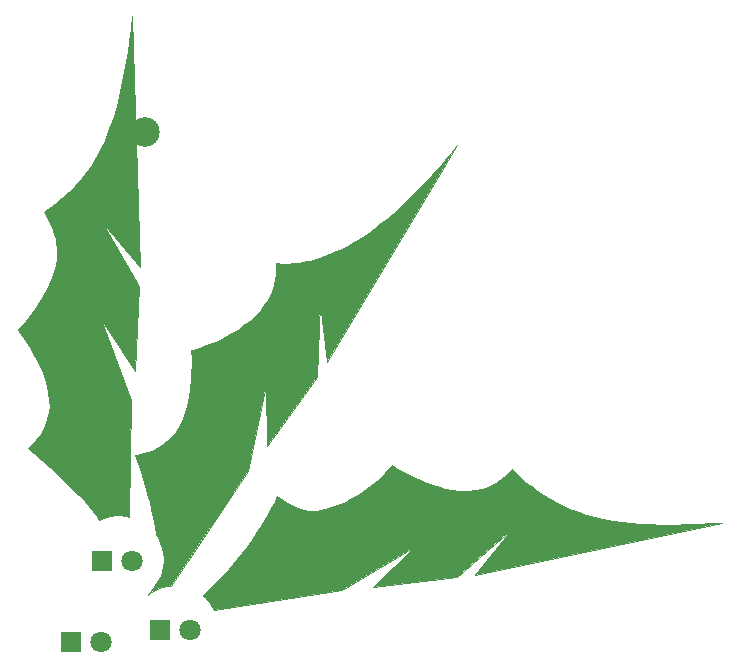
<source format=gts>
%TF.GenerationSoftware,KiCad,Pcbnew,(5.1.8)-1*%
%TF.CreationDate,2020-12-24T12:29:03-03:00*%
%TF.ProjectId,christmasornament,63687269-7374-46d6-9173-6f726e616d65,rev?*%
%TF.SameCoordinates,Original*%
%TF.FileFunction,Soldermask,Top*%
%TF.FilePolarity,Negative*%
%FSLAX46Y46*%
G04 Gerber Fmt 4.6, Leading zero omitted, Abs format (unit mm)*
G04 Created by KiCad (PCBNEW (5.1.8)-1) date 2020-12-24 12:29:03*
%MOMM*%
%LPD*%
G01*
G04 APERTURE LIST*
%ADD10C,0.100000*%
%ADD11R,1.800000X1.800000*%
%ADD12C,1.800000*%
%ADD13C,2.500000*%
G04 APERTURE END LIST*
D10*
G36*
X49670000Y47430000D02*
G01*
X49020000Y52390000D01*
X48760000Y46170000D01*
X44570000Y40280000D01*
X44510000Y45460000D01*
X42950000Y38180000D01*
X36450000Y28460000D01*
X36370000Y28460000D01*
X36190000Y28450000D01*
X36010000Y28430000D01*
X35650000Y28350000D01*
X35210000Y28200000D01*
X34900000Y28040000D01*
X34660000Y27890000D01*
X34440000Y27720000D01*
X34560000Y27850000D01*
X34690000Y27990000D01*
X34850000Y28180000D01*
X35000000Y28380000D01*
X35270000Y28780000D01*
X35440000Y29070000D01*
X35550000Y29310000D01*
X35690000Y29670000D01*
X35780000Y30050000D01*
X35830000Y30500000D01*
X35830000Y30850000D01*
X35780000Y31300000D01*
X35680000Y31720000D01*
X35530000Y32100000D01*
X35370000Y32460000D01*
X35250000Y32690000D01*
X35120000Y32890000D01*
X35050000Y33430000D01*
X34950000Y33980000D01*
X34840000Y34560000D01*
X34740000Y35030000D01*
X34610000Y35550000D01*
X34490000Y35980000D01*
X34390000Y36370000D01*
X34290000Y36690000D01*
X34220000Y36940000D01*
X34120000Y37280000D01*
X34040000Y37540000D01*
X33870000Y38120000D01*
X33720000Y38590000D01*
X33580000Y39010000D01*
X33460000Y39360000D01*
X33390000Y39560000D01*
X33640000Y39600000D01*
X34060000Y39700000D01*
X34520000Y39830000D01*
X34970000Y40010000D01*
X35270000Y40160000D01*
X35690000Y40400000D01*
X36090000Y40710000D01*
X36450000Y41060000D01*
X36810000Y41500000D01*
X37090000Y41940000D01*
X37360000Y42460000D01*
X37590000Y43080000D01*
X37770000Y43660000D01*
X37940000Y44470000D01*
X38040000Y45170000D01*
X38120000Y45920000D01*
X38150000Y46500000D01*
X38170000Y47120000D01*
X38170000Y47810000D01*
X38150000Y48430000D01*
X38250000Y48450000D01*
X38890000Y48660000D01*
X39430000Y48850000D01*
X39980000Y49070000D01*
X40560000Y49320000D01*
X41020000Y49550000D01*
X41570000Y49850000D01*
X42100000Y50170000D01*
X42290000Y50310000D01*
X42680000Y50610000D01*
X43080000Y50940000D01*
X43500000Y51310000D01*
X44020000Y51870000D01*
X44340000Y52280000D01*
X44600000Y52680000D01*
X44780000Y52990000D01*
X44960000Y53380000D01*
X45150000Y53910000D01*
X45260000Y54430000D01*
X45290000Y54690000D01*
X45310000Y54980000D01*
X45310000Y55310000D01*
X45300000Y55580000D01*
X45280000Y55780000D01*
X45430000Y55780000D01*
X45710000Y55760000D01*
X46240000Y55760000D01*
X46820000Y55790000D01*
X47250000Y55840000D01*
X47580000Y55890000D01*
X47910000Y55960000D01*
X48220000Y56020000D01*
X48410000Y56070000D01*
X48750000Y56160000D01*
X49190000Y56300000D01*
X49650000Y56460000D01*
X50260000Y56720000D01*
X50870000Y57000000D01*
X51390000Y57270000D01*
X51910000Y57570000D01*
X52290000Y57790000D01*
X53150000Y58370000D01*
X53640000Y58730000D01*
X54230000Y59180000D01*
X54700000Y59570000D01*
X55180000Y59980000D01*
X55690000Y60430000D01*
X56170000Y60870000D01*
X56680000Y61370000D01*
X57190000Y61880000D01*
X57670000Y62380000D01*
X58130000Y62880000D01*
X58510000Y63290000D01*
X58970000Y63800000D01*
X59340000Y64230000D01*
X59600000Y64540000D01*
X60010000Y65030000D01*
X60090000Y65120000D01*
X60190000Y65240000D01*
X60280000Y65350000D01*
X60390000Y65490000D01*
X60440000Y65550000D01*
X60500000Y65620000D01*
X60580000Y65720000D01*
X60650000Y65800000D01*
X49670000Y47430000D01*
G37*
X49670000Y47430000D02*
X49020000Y52390000D01*
X48760000Y46170000D01*
X44570000Y40280000D01*
X44510000Y45460000D01*
X42950000Y38180000D01*
X36450000Y28460000D01*
X36370000Y28460000D01*
X36190000Y28450000D01*
X36010000Y28430000D01*
X35650000Y28350000D01*
X35210000Y28200000D01*
X34900000Y28040000D01*
X34660000Y27890000D01*
X34440000Y27720000D01*
X34560000Y27850000D01*
X34690000Y27990000D01*
X34850000Y28180000D01*
X35000000Y28380000D01*
X35270000Y28780000D01*
X35440000Y29070000D01*
X35550000Y29310000D01*
X35690000Y29670000D01*
X35780000Y30050000D01*
X35830000Y30500000D01*
X35830000Y30850000D01*
X35780000Y31300000D01*
X35680000Y31720000D01*
X35530000Y32100000D01*
X35370000Y32460000D01*
X35250000Y32690000D01*
X35120000Y32890000D01*
X35050000Y33430000D01*
X34950000Y33980000D01*
X34840000Y34560000D01*
X34740000Y35030000D01*
X34610000Y35550000D01*
X34490000Y35980000D01*
X34390000Y36370000D01*
X34290000Y36690000D01*
X34220000Y36940000D01*
X34120000Y37280000D01*
X34040000Y37540000D01*
X33870000Y38120000D01*
X33720000Y38590000D01*
X33580000Y39010000D01*
X33460000Y39360000D01*
X33390000Y39560000D01*
X33640000Y39600000D01*
X34060000Y39700000D01*
X34520000Y39830000D01*
X34970000Y40010000D01*
X35270000Y40160000D01*
X35690000Y40400000D01*
X36090000Y40710000D01*
X36450000Y41060000D01*
X36810000Y41500000D01*
X37090000Y41940000D01*
X37360000Y42460000D01*
X37590000Y43080000D01*
X37770000Y43660000D01*
X37940000Y44470000D01*
X38040000Y45170000D01*
X38120000Y45920000D01*
X38150000Y46500000D01*
X38170000Y47120000D01*
X38170000Y47810000D01*
X38150000Y48430000D01*
X38250000Y48450000D01*
X38890000Y48660000D01*
X39430000Y48850000D01*
X39980000Y49070000D01*
X40560000Y49320000D01*
X41020000Y49550000D01*
X41570000Y49850000D01*
X42100000Y50170000D01*
X42290000Y50310000D01*
X42680000Y50610000D01*
X43080000Y50940000D01*
X43500000Y51310000D01*
X44020000Y51870000D01*
X44340000Y52280000D01*
X44600000Y52680000D01*
X44780000Y52990000D01*
X44960000Y53380000D01*
X45150000Y53910000D01*
X45260000Y54430000D01*
X45290000Y54690000D01*
X45310000Y54980000D01*
X45310000Y55310000D01*
X45300000Y55580000D01*
X45280000Y55780000D01*
X45430000Y55780000D01*
X45710000Y55760000D01*
X46240000Y55760000D01*
X46820000Y55790000D01*
X47250000Y55840000D01*
X47580000Y55890000D01*
X47910000Y55960000D01*
X48220000Y56020000D01*
X48410000Y56070000D01*
X48750000Y56160000D01*
X49190000Y56300000D01*
X49650000Y56460000D01*
X50260000Y56720000D01*
X50870000Y57000000D01*
X51390000Y57270000D01*
X51910000Y57570000D01*
X52290000Y57790000D01*
X53150000Y58370000D01*
X53640000Y58730000D01*
X54230000Y59180000D01*
X54700000Y59570000D01*
X55180000Y59980000D01*
X55690000Y60430000D01*
X56170000Y60870000D01*
X56680000Y61370000D01*
X57190000Y61880000D01*
X57670000Y62380000D01*
X58130000Y62880000D01*
X58510000Y63290000D01*
X58970000Y63800000D01*
X59340000Y64230000D01*
X59600000Y64540000D01*
X60010000Y65030000D01*
X60090000Y65120000D01*
X60190000Y65240000D01*
X60280000Y65350000D01*
X60390000Y65490000D01*
X60440000Y65550000D01*
X60500000Y65620000D01*
X60580000Y65720000D01*
X60650000Y65800000D01*
X49670000Y47430000D01*
G36*
X33820000Y55460000D02*
G01*
X30580000Y59260000D01*
X33730000Y53880000D01*
X33360000Y46660000D01*
X30530000Y51040000D01*
X33050000Y44190000D01*
X32880000Y34350000D01*
X32710000Y34390000D01*
X32480000Y34430000D01*
X32230000Y34450000D01*
X31980000Y34450000D01*
X31700000Y34440000D01*
X31430000Y34400000D01*
X31210000Y34360000D01*
X31000000Y34300000D01*
X30740000Y34220000D01*
X30540000Y34140000D01*
X30370000Y34060000D01*
X30060000Y34450000D01*
X29040000Y35730000D01*
X27630000Y37140000D01*
X26310000Y38340000D01*
X24310000Y40130000D01*
X24520000Y40320000D01*
X24830000Y40630000D01*
X24990000Y40820000D01*
X25200000Y41050000D01*
X25390000Y41340000D01*
X25760000Y42010000D01*
X25960000Y42580000D01*
X26100000Y43240000D01*
X26140000Y43670000D01*
X26130000Y44250000D01*
X26050000Y44880000D01*
X25860000Y45720000D01*
X25580000Y46510000D01*
X25330000Y47070000D01*
X25010000Y47740000D01*
X24780000Y48150000D01*
X24450000Y48690000D01*
X24070000Y49280000D01*
X23870000Y49570000D01*
X23490000Y50130000D01*
X24110000Y50880000D01*
X24920000Y51940000D01*
X25500000Y52840000D01*
X25950000Y53650000D01*
X26280000Y54380000D01*
X26510000Y55060000D01*
X26660000Y55680000D01*
X26740000Y56150000D01*
X26770000Y56660000D01*
X26760000Y57180000D01*
X26710000Y57550000D01*
X26650000Y57890000D01*
X26560000Y58270000D01*
X26440000Y58620000D01*
X26290000Y58990000D01*
X26100000Y59380000D01*
X25910000Y59720000D01*
X25630000Y60130000D01*
X26600000Y60790000D01*
X27210000Y61290000D01*
X27820000Y61830000D01*
X28270000Y62300000D01*
X28900000Y63000000D01*
X29720000Y64120000D01*
X30450000Y65420000D01*
X30800000Y66160000D01*
X31120000Y66950000D01*
X31560000Y68190000D01*
X31920000Y69430000D01*
X32400000Y71590000D01*
X32760000Y73750000D01*
X32970000Y75240000D01*
X33000000Y75470000D01*
X33020000Y75640000D01*
X33040000Y75780000D01*
X33140000Y76580000D01*
X33160000Y76720000D01*
X33820000Y55460000D01*
G37*
X33820000Y55460000D02*
X30580000Y59260000D01*
X33730000Y53880000D01*
X33360000Y46660000D01*
X30530000Y51040000D01*
X33050000Y44190000D01*
X32880000Y34350000D01*
X32710000Y34390000D01*
X32480000Y34430000D01*
X32230000Y34450000D01*
X31980000Y34450000D01*
X31700000Y34440000D01*
X31430000Y34400000D01*
X31210000Y34360000D01*
X31000000Y34300000D01*
X30740000Y34220000D01*
X30540000Y34140000D01*
X30370000Y34060000D01*
X30060000Y34450000D01*
X29040000Y35730000D01*
X27630000Y37140000D01*
X26310000Y38340000D01*
X24310000Y40130000D01*
X24520000Y40320000D01*
X24830000Y40630000D01*
X24990000Y40820000D01*
X25200000Y41050000D01*
X25390000Y41340000D01*
X25760000Y42010000D01*
X25960000Y42580000D01*
X26100000Y43240000D01*
X26140000Y43670000D01*
X26130000Y44250000D01*
X26050000Y44880000D01*
X25860000Y45720000D01*
X25580000Y46510000D01*
X25330000Y47070000D01*
X25010000Y47740000D01*
X24780000Y48150000D01*
X24450000Y48690000D01*
X24070000Y49280000D01*
X23870000Y49570000D01*
X23490000Y50130000D01*
X24110000Y50880000D01*
X24920000Y51940000D01*
X25500000Y52840000D01*
X25950000Y53650000D01*
X26280000Y54380000D01*
X26510000Y55060000D01*
X26660000Y55680000D01*
X26740000Y56150000D01*
X26770000Y56660000D01*
X26760000Y57180000D01*
X26710000Y57550000D01*
X26650000Y57890000D01*
X26560000Y58270000D01*
X26440000Y58620000D01*
X26290000Y58990000D01*
X26100000Y59380000D01*
X25910000Y59720000D01*
X25630000Y60130000D01*
X26600000Y60790000D01*
X27210000Y61290000D01*
X27820000Y61830000D01*
X28270000Y62300000D01*
X28900000Y63000000D01*
X29720000Y64120000D01*
X30450000Y65420000D01*
X30800000Y66160000D01*
X31120000Y66950000D01*
X31560000Y68190000D01*
X31920000Y69430000D01*
X32400000Y71590000D01*
X32760000Y73750000D01*
X32970000Y75240000D01*
X33000000Y75470000D01*
X33020000Y75640000D01*
X33040000Y75780000D01*
X33140000Y76580000D01*
X33160000Y76720000D01*
X33820000Y55460000D01*
G36*
X55590000Y38410000D02*
G01*
X56260000Y38040000D01*
X56730000Y37800000D01*
X57320000Y37520000D01*
X57840000Y37290000D01*
X58610000Y37000000D01*
X59190000Y36820000D01*
X59660000Y36700000D01*
X60220000Y36590000D01*
X60780000Y36520000D01*
X61230000Y36500000D01*
X61630000Y36510000D01*
X62160000Y36560000D01*
X62770000Y36690000D01*
X63270000Y36860000D01*
X63640000Y37030000D01*
X63960000Y37210000D01*
X64280000Y37410000D01*
X64630000Y37690000D01*
X64890000Y37930000D01*
X65080000Y38120000D01*
X65280000Y38350000D01*
X65880000Y37770000D01*
X66120000Y37560000D01*
X66400000Y37310000D01*
X66640000Y37130000D01*
X67040000Y36810000D01*
X67340000Y36580000D01*
X67810000Y36270000D01*
X68220000Y36010000D01*
X68810000Y35670000D01*
X69450000Y35330000D01*
X70160000Y35010000D01*
X70960000Y34700000D01*
X71550000Y34510000D01*
X72240000Y34310000D01*
X72960000Y34140000D01*
X73810000Y33980000D01*
X74700000Y33850000D01*
X75260000Y33790000D01*
X76210000Y33720000D01*
X77010000Y33680000D01*
X77980000Y33660000D01*
X78980000Y33670000D01*
X80180000Y33700000D01*
X81110000Y33740000D01*
X82050000Y33780000D01*
X82480000Y33810000D01*
X83110000Y33840000D01*
X62140000Y29420000D01*
X65310000Y33260000D01*
X60600000Y29230000D01*
X53490000Y28350000D01*
X57200000Y31880000D01*
X50900000Y28140000D01*
X40070000Y26400000D01*
X39910000Y26720000D01*
X39810000Y26880000D01*
X39700000Y27040000D01*
X39590000Y27180000D01*
X39500000Y27290000D01*
X39360000Y27430000D01*
X39270000Y27510000D01*
X39200000Y27570000D01*
X39150000Y27610000D01*
X39110000Y27640000D01*
X39490000Y28020000D01*
X39750000Y28290000D01*
X40070000Y28610000D01*
X40420000Y28970000D01*
X40790000Y29360000D01*
X41310000Y29930000D01*
X41660000Y30330000D01*
X42010000Y30740000D01*
X42440000Y31280000D01*
X42850000Y31800000D01*
X43280000Y32380000D01*
X43660000Y32930000D01*
X44040000Y33520000D01*
X44320000Y33970000D01*
X44660000Y34560000D01*
X44930000Y35060000D01*
X45190000Y35560000D01*
X45330000Y35830000D01*
X45430000Y36050000D01*
X45900000Y35720000D01*
X46400000Y35400000D01*
X46760000Y35210000D01*
X47140000Y35050000D01*
X47420000Y34960000D01*
X47720000Y34890000D01*
X48100000Y34840000D01*
X48460000Y34830000D01*
X48770000Y34850000D01*
X49010000Y34880000D01*
X49440000Y34960000D01*
X49770000Y35050000D01*
X50210000Y35200000D01*
X50720000Y35390000D01*
X51220000Y35610000D01*
X51600000Y35800000D01*
X52110000Y36080000D01*
X52530000Y36350000D01*
X52860000Y36580000D01*
X53170000Y36810000D01*
X53530000Y37100000D01*
X53840000Y37370000D01*
X54220000Y37730000D01*
X54540000Y38060000D01*
X54810000Y38350000D01*
X55100000Y38700000D01*
X55590000Y38410000D01*
G37*
X55590000Y38410000D02*
X56260000Y38040000D01*
X56730000Y37800000D01*
X57320000Y37520000D01*
X57840000Y37290000D01*
X58610000Y37000000D01*
X59190000Y36820000D01*
X59660000Y36700000D01*
X60220000Y36590000D01*
X60780000Y36520000D01*
X61230000Y36500000D01*
X61630000Y36510000D01*
X62160000Y36560000D01*
X62770000Y36690000D01*
X63270000Y36860000D01*
X63640000Y37030000D01*
X63960000Y37210000D01*
X64280000Y37410000D01*
X64630000Y37690000D01*
X64890000Y37930000D01*
X65080000Y38120000D01*
X65280000Y38350000D01*
X65880000Y37770000D01*
X66120000Y37560000D01*
X66400000Y37310000D01*
X66640000Y37130000D01*
X67040000Y36810000D01*
X67340000Y36580000D01*
X67810000Y36270000D01*
X68220000Y36010000D01*
X68810000Y35670000D01*
X69450000Y35330000D01*
X70160000Y35010000D01*
X70960000Y34700000D01*
X71550000Y34510000D01*
X72240000Y34310000D01*
X72960000Y34140000D01*
X73810000Y33980000D01*
X74700000Y33850000D01*
X75260000Y33790000D01*
X76210000Y33720000D01*
X77010000Y33680000D01*
X77980000Y33660000D01*
X78980000Y33670000D01*
X80180000Y33700000D01*
X81110000Y33740000D01*
X82050000Y33780000D01*
X82480000Y33810000D01*
X83110000Y33840000D01*
X62140000Y29420000D01*
X65310000Y33260000D01*
X60600000Y29230000D01*
X53490000Y28350000D01*
X57200000Y31880000D01*
X50900000Y28140000D01*
X40070000Y26400000D01*
X39910000Y26720000D01*
X39810000Y26880000D01*
X39700000Y27040000D01*
X39590000Y27180000D01*
X39500000Y27290000D01*
X39360000Y27430000D01*
X39270000Y27510000D01*
X39200000Y27570000D01*
X39150000Y27610000D01*
X39110000Y27640000D01*
X39490000Y28020000D01*
X39750000Y28290000D01*
X40070000Y28610000D01*
X40420000Y28970000D01*
X40790000Y29360000D01*
X41310000Y29930000D01*
X41660000Y30330000D01*
X42010000Y30740000D01*
X42440000Y31280000D01*
X42850000Y31800000D01*
X43280000Y32380000D01*
X43660000Y32930000D01*
X44040000Y33520000D01*
X44320000Y33970000D01*
X44660000Y34560000D01*
X44930000Y35060000D01*
X45190000Y35560000D01*
X45330000Y35830000D01*
X45430000Y36050000D01*
X45900000Y35720000D01*
X46400000Y35400000D01*
X46760000Y35210000D01*
X47140000Y35050000D01*
X47420000Y34960000D01*
X47720000Y34890000D01*
X48100000Y34840000D01*
X48460000Y34830000D01*
X48770000Y34850000D01*
X49010000Y34880000D01*
X49440000Y34960000D01*
X49770000Y35050000D01*
X50210000Y35200000D01*
X50720000Y35390000D01*
X51220000Y35610000D01*
X51600000Y35800000D01*
X52110000Y36080000D01*
X52530000Y36350000D01*
X52860000Y36580000D01*
X53170000Y36810000D01*
X53530000Y37100000D01*
X53840000Y37370000D01*
X54220000Y37730000D01*
X54540000Y38060000D01*
X54810000Y38350000D01*
X55100000Y38700000D01*
X55590000Y38410000D01*
D11*
%TO.C,D3*%
X30550000Y30610000D03*
D12*
X33090000Y30610000D03*
%TD*%
%TO.C,D1*%
X30510000Y23690000D03*
D11*
X27970000Y23690000D03*
%TD*%
%TO.C,D2*%
X35460000Y24740000D03*
D12*
X38000000Y24740000D03*
%TD*%
D13*
%TO.C,H1*%
X34210000Y66920000D03*
%TD*%
M02*

</source>
